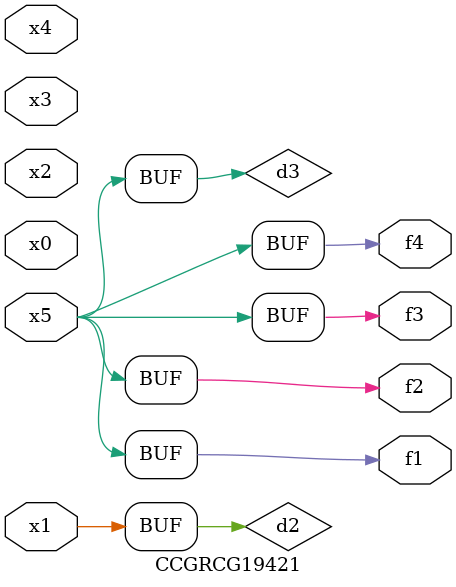
<source format=v>
module CCGRCG19421(
	input x0, x1, x2, x3, x4, x5,
	output f1, f2, f3, f4
);

	wire d1, d2, d3;

	not (d1, x5);
	or (d2, x1);
	xnor (d3, d1);
	assign f1 = d3;
	assign f2 = d3;
	assign f3 = d3;
	assign f4 = d3;
endmodule

</source>
